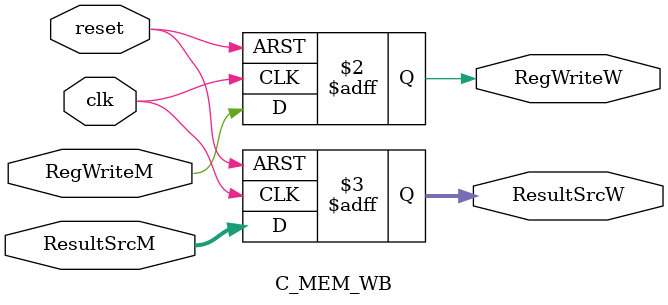
<source format=v>
	
module C_MEM_WB (input  clk, reset, 
                input RegWriteM, 
                input [1:0] ResultSrcM, 
                output reg RegWriteW, 
                output reg [1:0] ResultSrcW);
/* Compared to previous stage we are passing all signals except MemWrite
As we use the signal here itself to enable the data memory*/
    always @( posedge clk, posedge reset ) begin
        if (reset) begin
            RegWriteW <= 0;
            ResultSrcW <= 0;           
        end

        else begin
            RegWriteW <= RegWriteM;
            ResultSrcW <= ResultSrcM; 
        end

    end

endmodule
</source>
